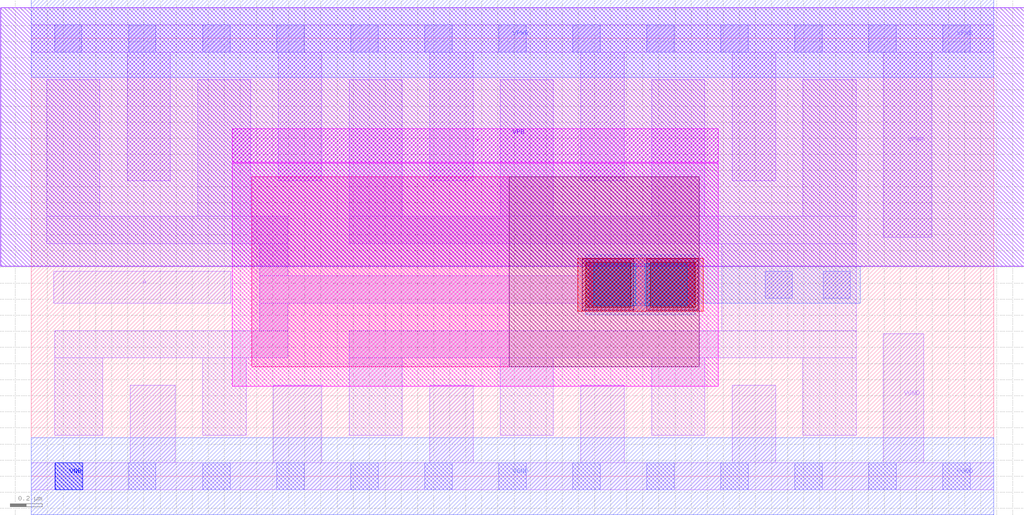
<source format=lef>
# Copyright 2020 The SkyWater PDK Authors
#
# Licensed under the Apache License, Version 2.0 (the "License");
# you may not use this file except in compliance with the License.
# You may obtain a copy of the License at
#
#     https://www.apache.org/licenses/LICENSE-2.0
#
# Unless required by applicable law or agreed to in writing, software
# distributed under the License is distributed on an "AS IS" BASIS,
# WITHOUT WARRANTIES OR CONDITIONS OF ANY KIND, either express or implied.
# See the License for the specific language governing permissions and
# limitations under the License.
#
# SPDX-License-Identifier: Apache-2.0

VERSION 5.7 ;
  NOWIREEXTENSIONATPIN ON ;
  DIVIDERCHAR "/" ;
  BUSBITCHARS "[]" ;
PROPERTYDEFINITIONS
  MACRO maskLayoutSubType STRING ;
  MACRO prCellType STRING ;
  MACRO originalViewName STRING ;
END PROPERTYDEFINITIONS
MACRO sky130_fd_sc_hdll__probe_p_8
  CLASS CORE ;
  FOREIGN sky130_fd_sc_hdll__probe_p_8 ;
  ORIGIN  0.000000  0.000000 ;
  SIZE  5.980000 BY  2.720000 ;
  SYMMETRY X Y R90 ;
  SITE unithd ;
  PIN A
    ANTENNAGATEAREA  0.832500 ;
    DIRECTION INPUT ;
    USE SIGNAL ;
    PORT
      LAYER li1 ;
        RECT 0.140000 1.075000 1.240000 1.275000 ;
    END
  END A
  PIN X
    DIRECTION OUTPUT ;
    USE SIGNAL ;
    PORT
      LAYER met5 ;
        RECT 1.250000 1.950000 4.270000 2.160000 ;
    END
  END X
  PIN VGND
    DIRECTION INPUT ;
    USE GROUND ;
    PORT
      LAYER li1 ;
        RECT 0.000000 -0.085000 5.980000 0.085000 ;
        RECT 0.615000  0.085000 0.895000 0.565000 ;
        RECT 1.505000  0.085000 1.805000 0.565000 ;
        RECT 2.475000  0.085000 2.745000 0.565000 ;
        RECT 3.415000  0.085000 3.685000 0.565000 ;
        RECT 4.355000  0.085000 4.625000 0.565000 ;
        RECT 5.295000  0.085000 5.545000 0.885000 ;
      LAYER mcon ;
        RECT 0.145000 -0.085000 0.315000 0.085000 ;
        RECT 0.605000 -0.085000 0.775000 0.085000 ;
        RECT 1.065000 -0.085000 1.235000 0.085000 ;
        RECT 1.525000 -0.085000 1.695000 0.085000 ;
        RECT 1.985000 -0.085000 2.155000 0.085000 ;
        RECT 2.445000 -0.085000 2.615000 0.085000 ;
        RECT 2.905000 -0.085000 3.075000 0.085000 ;
        RECT 3.365000 -0.085000 3.535000 0.085000 ;
        RECT 3.825000 -0.085000 3.995000 0.085000 ;
        RECT 4.285000 -0.085000 4.455000 0.085000 ;
        RECT 4.745000 -0.085000 4.915000 0.085000 ;
        RECT 5.205000 -0.085000 5.375000 0.085000 ;
        RECT 5.665000 -0.085000 5.835000 0.085000 ;
    END
    PORT
      LAYER met1 ;
        RECT 0.000000 -0.240000 5.980000 0.240000 ;
    END
  END VGND
  PIN VNB
    DIRECTION INOUT ;
    USE GROUND ;
    PORT
      LAYER pwell ;
        RECT 0.150000 -0.085000 0.320000 0.085000 ;
    END
  END VNB
  PIN VPB
    DIRECTION INOUT ;
    USE POWER ;
    PORT
      LAYER nwell ;
        RECT -0.190000 1.305000 6.170000 2.910000 ;
    END
  END VPB
  PIN VPWR
    DIRECTION INPUT ;
    USE POWER ;
    PORT
      LAYER li1 ;
        RECT 0.000000 2.635000 5.980000 2.805000 ;
        RECT 0.595000 1.835000 0.865000 2.635000 ;
        RECT 1.535000 1.835000 1.805000 2.635000 ;
        RECT 2.475000 1.835000 2.745000 2.635000 ;
        RECT 3.415000 1.835000 3.685000 2.635000 ;
        RECT 4.355000 1.835000 4.625000 2.635000 ;
        RECT 5.295000 1.485000 5.595000 2.635000 ;
      LAYER mcon ;
        RECT 0.145000 2.635000 0.315000 2.805000 ;
        RECT 0.605000 2.635000 0.775000 2.805000 ;
        RECT 1.065000 2.635000 1.235000 2.805000 ;
        RECT 1.525000 2.635000 1.695000 2.805000 ;
        RECT 1.985000 2.635000 2.155000 2.805000 ;
        RECT 2.445000 2.635000 2.615000 2.805000 ;
        RECT 2.905000 2.635000 3.075000 2.805000 ;
        RECT 3.365000 2.635000 3.535000 2.805000 ;
        RECT 3.825000 2.635000 3.995000 2.805000 ;
        RECT 4.285000 2.635000 4.455000 2.805000 ;
        RECT 4.745000 2.635000 4.915000 2.805000 ;
        RECT 5.205000 2.635000 5.375000 2.805000 ;
        RECT 5.665000 2.635000 5.835000 2.805000 ;
    END
    PORT
      LAYER met1 ;
        RECT 0.000000 2.480000 5.980000 2.960000 ;
    END
  END VPWR
  OBS
    LAYER li1 ;
      RECT 0.095000 1.445000 1.595000 1.615000 ;
      RECT 0.095000 1.615000 0.425000 2.465000 ;
      RECT 0.145000 0.255000 0.445000 0.735000 ;
      RECT 0.145000 0.735000 1.595000 0.905000 ;
      RECT 1.035000 1.615000 1.365000 2.465000 ;
      RECT 1.065000 0.255000 1.335000 0.735000 ;
      RECT 1.420000 0.905000 1.595000 1.075000 ;
      RECT 1.420000 1.075000 4.045000 1.245000 ;
      RECT 1.420000 1.245000 1.595000 1.445000 ;
      RECT 1.975000 0.255000 2.305000 0.735000 ;
      RECT 1.975000 0.735000 5.125000 0.905000 ;
      RECT 1.975000 1.445000 5.125000 1.615000 ;
      RECT 1.975000 1.615000 2.305000 2.465000 ;
      RECT 2.915000 0.255000 3.245000 0.735000 ;
      RECT 2.915000 1.615000 3.245000 2.465000 ;
      RECT 3.855000 0.255000 4.185000 0.735000 ;
      RECT 3.855000 1.615000 4.185000 2.465000 ;
      RECT 4.290000 0.905000 5.125000 1.445000 ;
      RECT 4.795000 0.255000 5.125000 0.735000 ;
      RECT 4.795000 1.615000 5.125000 2.465000 ;
    LAYER mcon ;
      RECT 4.560000 1.105000 4.730000 1.275000 ;
      RECT 4.920000 1.105000 5.090000 1.275000 ;
    LAYER met1 ;
      RECT 3.465000 1.060000 4.105000 1.075000 ;
      RECT 3.465000 1.075000 5.150000 1.305000 ;
      RECT 3.465000 1.305000 4.105000 1.320000 ;
    LAYER met2 ;
      RECT 3.445000 1.005000 4.125000 1.375000 ;
    LAYER met3 ;
      RECT 3.395000 1.025000 4.175000 1.355000 ;
    LAYER met4 ;
      RECT 1.370000 0.680000 4.150000 1.860000 ;
    LAYER met5 ;
      RECT 1.250000 0.560000 4.270000 1.945000 ;
    LAYER via ;
      RECT 3.495000 1.060000 3.755000 1.320000 ;
      RECT 3.815000 1.060000 4.075000 1.320000 ;
    LAYER via2 ;
      RECT 3.445000 1.050000 3.725000 1.330000 ;
      RECT 3.845000 1.050000 4.125000 1.330000 ;
    LAYER via3 ;
      RECT 3.425000 1.030000 3.745000 1.350000 ;
      RECT 3.825000 1.030000 4.145000 1.350000 ;
    LAYER via4 ;
      RECT 2.970000 0.680000 4.150000 1.860000 ;
  END
  PROPERTY maskLayoutSubType "abstract" ;
  PROPERTY prCellType "standard" ;
  PROPERTY originalViewName "layout" ;
END sky130_fd_sc_hdll__probe_p_8
END LIBRARY

</source>
